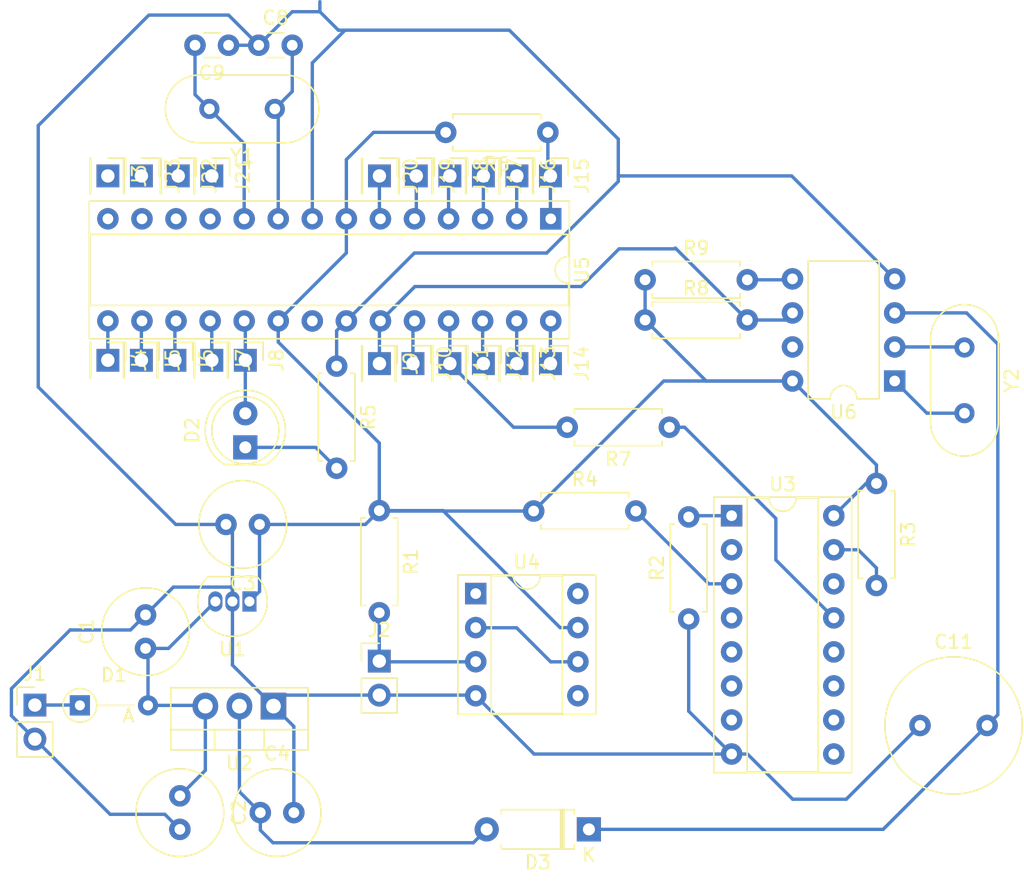
<source format=kicad_pcb>
(kicad_pcb (version 20211014) (generator pcbnew)
  (layers (0 "F.Cu" signal) (31 "B.Cu" signal) (34 "B.Paste" user) (35 "F.Paste" user) (36 "B.SilkS" user "B.Silkscreen") (37 "F.SilkS" user "F.Silkscreen") (38 "B.Mask" user) (39 "F.Mask" user) (44 "Edge.Cuts" user))
  (net 0 "")
  (net 1 "GND")
  (net 2 "Net-(D2-Pad1)")
  (net 3 "RESET")
  (net 4 "+5V")
  (net 5 "Net-(C1-Pad1)")
  (net 6 "+3V3")
  (net 7 "Net-(U6-Pad1)")
  (net 8 "Net-(U6-Pad2)")
  (net 9 "Net-(C11-Pad2)")
  (net 10 "A0_SDA")
  (net 11 "A0_SCL")
  (net 13 "Net-(J2-Pad1)")
  (net 14 "D0")
  (net 15 "D1")
  (net 16 "D2")
  (net 17 "D3")
  (net 18 "D4")
  (net 19 "X1")
  (net 20 "X2")
  (net 21 "D5")
  (net 22 "D6")
  (net 23 "D7")
  (net 24 "D8")
  (net 25 "D9")
  (net 26 "D10")
  (net 27 "D11")
  (net 28 "D12")
  (net 29 "D13_LED")
  (net 30 "A1_SDA")
  (net 31 "A2_WIND")
  (net 32 "A3")
  (net 33 "A4")
  (net 34 "A5")
  (net 35 "Net-(C5-Pad2)")
  (net 37 "Net-(C7-Pad1)")
  (net 39 "Net-(R7-Pad1)")
  (net 40 "Net-(C6-Pad2)")
  (net 41 "Net-(C6-Pad1)")
  (net 42 "+12V")
  (net 44 "Net-(C5-Pad1)")
  (footprint "Resistor_THT:R_Axial_DIN0207_L6.3mm_D2.5mm_P7.62mm_Horizontal" (layer "F.Cu") (at 118.56 48.75 180)
    (fp_text reference "R7" (at 3.81 -2.37) (layer "F.SilkS"))
    (fp_text value "R")
    (pad "1" thru_hole circle (at 0 0 180) (size 1.6 1.6) (drill 0.8) (layers *.Cu *.Mask) (net 39 "Net-(R7-Pad1)"))
    (pad "2" thru_hole oval (at 7.62 0 180) (size 1.6 1.6) (drill 0.8) (layers *.Cu *.Mask) (net 31 "A2_WIND"))
  )
  (footprint "Connector_PinHeader_2.54mm:PinHeader_1x01_P2.54mm_Vertical" (layer "F.Cu") (at 102.19 30 -90)
    (fp_text reference "J18" (at 0 -2.33 90) (layer "F.SilkS"))
    (fp_text value "D2")
    (pad "1" thru_hole rect (at 0 0 270) (size 1.7 1.7) (drill 1) (layers *.Cu *.Mask) (net 16 "D2"))
  )
  (footprint "Resistor_THT:R_Axial_DIN0207_L6.3mm_D2.5mm_P7.62mm_Horizontal" (layer "F.Cu") (at 120 63.06 90)
    (fp_text reference "R2" (at 3.81 -2.37 90) (layer "F.SilkS"))
    (fp_text value "R")
    (pad "1" thru_hole circle (at 0 0 90) (size 1.6 1.6) (drill 0.8) (layers *.Cu *.Mask) (net 1 "GND"))
    (pad "2" thru_hole oval (at 7.62 0 90) (size 1.6 1.6) (drill 0.8) (layers *.Cu *.Mask) (net 35 "Net-(C5-Pad2)"))
  )
  (footprint "Resistor_THT:R_Axial_DIN0207_L6.3mm_D2.5mm_P7.62mm_Horizontal" (layer "F.Cu") (at 134 52.94 -90)
    (fp_text reference "R3" (at 3.81 -2.37 90) (layer "F.SilkS"))
    (fp_text value "R")
    (pad "1" thru_hole circle (at 0 0 270) (size 1.6 1.6) (drill 0.8) (layers *.Cu *.Mask) (net 4 "+5V"))
    (pad "2" thru_hole oval (at 7.62 0 270) (size 1.6 1.6) (drill 0.8) (layers *.Cu *.Mask) (net 41 "Net-(C6-Pad1)"))
  )
  (footprint "Crystal:Crystal_HC49-4H_Vertical" (layer "F.Cu") (at 89.14 25 180)
    (fp_text reference "Y1" (at 2.44 -3.525) (layer "F.SilkS"))
    (fp_text value "Crystal")
    (pad "1" thru_hole circle (at 0 0 180) (size 1.5 1.5) (drill 0.8) (layers *.Cu *.Mask) (net 19 "X1"))
    (pad "2" thru_hole circle (at 4.88 0 180) (size 1.5 1.5) (drill 0.8) (layers *.Cu *.Mask) (net 20 "X2"))
  )
  (footprint "Resistor_THT:R_Axial_DIN0207_L6.3mm_D2.5mm_P7.62mm_Horizontal" (layer "F.Cu") (at 96.93 54.97 -90)
    (fp_text reference "R1" (at 3.81 -2.37 90) (layer "F.SilkS"))
    (fp_text value "100k")
    (pad "1" thru_hole circle (at 0 0 270) (size 1.6 1.6) (drill 0.8) (layers *.Cu *.Mask) (net 4 "+5V"))
    (pad "2" thru_hole oval (at 7.62 0 270) (size 1.6 1.6) (drill 0.8) (layers *.Cu *.Mask) (net 13 "Net-(J2-Pad1)"))
  )
  (footprint "Capacitor_THT:C_Radial_D6.3mm_H11.0mm_P2.50mm" (layer "F.Cu") (at 79.5 65.25 90)
    (fp_text reference "C1" (at 1.25 -4.4 90) (layer "F.SilkS"))
    (fp_text value "100uF")
    (pad "1" thru_hole circle (at 0 0 90) (size 1.6 1.6) (drill 0.8) (layers *.Cu *.Mask) (net 5 "Net-(C1-Pad1)"))
    (pad "2" thru_hole circle (at 2.5 0 90) (size 1.6 1.6) (drill 0.8) (layers *.Cu *.Mask) (net 1 "GND"))
  )
  (footprint "Connector_PinHeader_2.54mm:PinHeader_1x01_P2.54mm_Vertical" (layer "F.Cu") (at 81.69 43.75 -90)
    (fp_text reference "J6" (at 0 -2.33 90) (layer "F.SilkS"))
    (fp_text value "D11")
    (pad "1" thru_hole rect (at 0 0 270) (size 1.7 1.7) (drill 1) (layers *.Cu *.Mask) (net 27 "D11"))
  )
  (footprint "Connector_PinHeader_2.54mm:PinHeader_1x01_P2.54mm_Vertical" (layer "F.Cu") (at 86.94 43.75 -90)
    (fp_text reference "J8" (at 0 -2.33 90) (layer "F.SilkS"))
    (fp_text value "D13")
    (pad "1" thru_hole rect (at 0 0 270) (size 1.7 1.7) (drill 1) (layers *.Cu *.Mask) (net 29 "D13_LED"))
  )
  (footprint "Connector_PinHeader_2.54mm:PinHeader_1x01_P2.54mm_Vertical" (layer "F.Cu") (at 99.44 44 -90)
    (fp_text reference "J10" (at 0 -2.33 90) (layer "F.SilkS"))
    (fp_text value "A1")
    (pad "1" thru_hole rect (at 0 0 270) (size 1.7 1.7) (drill 1) (layers *.Cu *.Mask) (net 30 "A1_SDA"))
  )
  (footprint "Connector_PinHeader_2.54mm:PinHeader_1x01_P2.54mm_Vertical" (layer "F.Cu") (at 102.19 44 -90)
    (fp_text reference "J11" (at 0 -2.33 90) (layer "F.SilkS"))
    (fp_text value "A2")
    (pad "1" thru_hole rect (at 0 0 270) (size 1.7 1.7) (drill 1) (layers *.Cu *.Mask) (net 31 "A2_WIND"))
  )
  (footprint "Connector_PinHeader_2.54mm:PinHeader_1x01_P2.54mm_Vertical" (layer "F.Cu") (at 76.69 30 -90)
    (fp_text reference "J3" (at 0 -2.33 90) (layer "F.SilkS"))
    (fp_text value "D8")
    (pad "1" thru_hole rect (at 0 0 270) (size 1.7 1.7) (drill 1) (layers *.Cu *.Mask) (net 24 "D8"))
  )
  (footprint "Connector_PinHeader_2.54mm:PinHeader_1x01_P2.54mm_Vertical" (layer "F.Cu") (at 104.69 30 -90)
    (fp_text reference "J17" (at 0 -2.33 90) (layer "F.SilkS"))
    (fp_text value "D1")
    (pad "1" thru_hole rect (at 0 0 270) (size 1.7 1.7) (drill 1) (layers *.Cu *.Mask) (net 15 "D1"))
  )
  (footprint "Connector_PinHeader_2.54mm:PinHeader_1x01_P2.54mm_Vertical" (layer "F.Cu") (at 99.69 30 -90)
    (fp_text reference "J19" (at 0 -2.33 90) (layer "F.SilkS"))
    (fp_text value "D3")
    (pad "1" thru_hole rect (at 0 0 270) (size 1.7 1.7) (drill 1) (layers *.Cu *.Mask) (net 17 "D3"))
  )
  (footprint "Capacitor_THT:C_Radial_D6.3mm_H11.0mm_P2.50mm" (layer "F.Cu") (at 88 56 180)
    (fp_text reference "C3" (at 1.25 -4.4) (layer "F.SilkS"))
    (fp_text value "470uF")
    (pad "1" thru_hole circle (at 0 0 180) (size 1.6 1.6) (drill 0.8) (layers *.Cu *.Mask) (net 4 "+5V"))
    (pad "2" thru_hole circle (at 2.5 0 180) (size 1.6 1.6) (drill 0.8) (layers *.Cu *.Mask) (net 1 "GND"))
  )
  (footprint "Resistor_THT:R_Axial_DIN0207_L6.3mm_D2.5mm_P7.62mm_Horizontal" (layer "F.Cu") (at 108.44 55)
    (fp_text reference "R4" (at 3.81 -2.37) (layer "F.SilkS"))
    (fp_text value "10k")
    (pad "1" thru_hole circle (at 0 0) (size 1.6 1.6) (drill 0.8) (layers *.Cu *.Mask) (net 4 "+5V"))
    (pad "2" thru_hole oval (at 7.62 0) (size 1.6 1.6) (drill 0.8) (layers *.Cu *.Mask) (net 37 "Net-(C7-Pad1)"))
  )
  (footprint "Connector_PinHeader_2.54mm:PinHeader_1x01_P2.54mm_Vertical" (layer "F.Cu") (at 84.44 43.75 -90)
    (fp_text reference "J7" (at 0 -2.33 90) (layer "F.SilkS"))
    (fp_text value "D12")
    (pad "1" thru_hole rect (at 0 0 270) (size 1.7 1.7) (drill 1) (layers *.Cu *.Mask) (net 28 "D12"))
  )
  (footprint "Package_TO_SOT_THT:TO-220-3_Vertical" (layer "F.Cu") (at 89.04 69.555 180)
    (fp_text reference "U2" (at 2.54 -4.27) (layer "F.SilkS"))
    (fp_text value "LT1083-3.3")
    (pad "1" thru_hole rect (at 0 0 180) (size 1.905 2) (drill 1.1) (layers *.Cu *.Mask) (net 1 "GND"))
    (pad "2" thru_hole oval (at 2.54 0 180) (size 1.905 2) (drill 1.1) (layers *.Cu *.Mask) (net 6 "+3V3"))
    (pad "3" thru_hole oval (at 5.08 0 180) (size 1.905 2) (drill 1.1) (layers *.Cu *.Mask) (net 5 "Net-(C1-Pad1)"))
  )
  (footprint "Connector_PinHeader_2.54mm:PinHeader_1x01_P2.54mm_Vertical" (layer "F.Cu") (at 96.94 30 -90)
    (fp_text reference "J20" (at 0 -2.33 90) (layer "F.SilkS"))
    (fp_text value "D4")
    (pad "1" thru_hole rect (at 0 0 270) (size 1.7 1.7) (drill 1) (layers *.Cu *.Mask) (net 18 "D4"))
  )
  (footprint "Connector_PinHeader_2.54mm:PinHeader_1x02_P2.54mm_Vertical" (layer "F.Cu") (at 96.93 66.195)
    (fp_text reference "J2" (at 0 -2.33) (layer "F.SilkS"))
    (fp_text value "WindConnector")
    (pad "1" thru_hole rect (at 0 0) (size 1.7 1.7) (drill 1) (layers *.Cu *.Mask) (net 13 "Net-(J2-Pad1)"))
    (pad "2" thru_hole oval (at 0 2.54) (size 1.7 1.7) (drill 1) (layers *.Cu *.Mask) (net 1 "GND"))
  )
  (footprint "Diode_THT:D_DO-34_SOD68_P5.08mm_Vertical_AnodeUp" (layer "F.Cu") (at 74.60533 69.5)
    (fp_text reference "D1" (at 2.54 -2.25566) (layer "F.SilkS"))
    (fp_text value "DNF")
    (fp_text user "A" (at 3.63 0.75) (layer "F.SilkS"))
    (pad "1" thru_hole rect (at 0 0) (size 1.5 1.5) (drill 0.75) (layers *.Cu *.Mask) (net 42 "+12V"))
    (pad "2" thru_hole oval (at 5.08 0) (size 1.5 1.5) (drill 0.75) (layers *.Cu *.Mask) (net 5 "Net-(C1-Pad1)"))
  )
  (footprint "Resistor_THT:R_Axial_DIN0207_L6.3mm_D2.5mm_P7.62mm_Horizontal" (layer "F.Cu") (at 93.75 44.19 -90)
    (fp_text reference "R5" (at 3.81 -2.37 90) (layer "F.SilkS"))
    (fp_text value "270")
    (pad "1" thru_hole circle (at 0 0 270) (size 1.6 1.6) (drill 0.8) (layers *.Cu *.Mask) (net 1 "GND"))
    (pad "2" thru_hole oval (at 7.62 0 270) (size 1.6 1.6) (drill 0.8) (layers *.Cu *.Mask) (net 2 "Net-(D2-Pad1)"))
  )
  (footprint "Connector_PinHeader_2.54mm:PinHeader_1x01_P2.54mm_Vertical" (layer "F.Cu") (at 79.19 30 -90)
    (fp_text reference "J23" (at 0 -2.33 90) (layer "F.SilkS"))
    (fp_text value "D7")
    (pad "1" thru_hole rect (at 0 0 270) (size 1.7 1.7) (drill 1) (layers *.Cu *.Mask) (net 23 "D7"))
  )
  (footprint "Connector_PinHeader_2.54mm:PinHeader_1x01_P2.54mm_Vertical" (layer "F.Cu") (at 107.19 30 -90)
    (fp_text reference "J16" (at 0 -2.33 90) (layer "F.SilkS"))
    (fp_text value "D0")
    (pad "1" thru_hole rect (at 0 0 270) (size 1.7 1.7) (drill 1) (layers *.Cu *.Mask) (net 14 "D0"))
  )
  (footprint "Connector_PinHeader_2.54mm:PinHeader_1x01_P2.54mm_Vertical" (layer "F.Cu") (at 84.44 30 -90)
    (fp_text reference "J21" (at 0 -2.33 90) (layer "F.SilkS"))
    (fp_text value "D5")
    (pad "1" thru_hole rect (at 0 0 270) (size 1.7 1.7) (drill 1) (layers *.Cu *.Mask) (net 21 "D5"))
  )
  (footprint "Crystal:Crystal_HC18-U_Vertical" (layer "F.Cu") (at 140.56 42.8 -90)
    (fp_text reference "Y2" (at 2.45 -3.525 90) (layer "F.SilkS"))
    (fp_text value "Crystal")
    (pad "1" thru_hole circle (at 0 0 270) (size 1.5 1.5) (drill 0.8) (layers *.Cu *.Mask) (net 8 "Net-(U6-Pad2)"))
    (pad "2" thru_hole circle (at 4.9 0 270) (size 1.5 1.5) (drill 0.8) (layers *.Cu *.Mask) (net 7 "Net-(U6-Pad1)"))
  )
  (footprint "Connector_PinHeader_2.54mm:PinHeader_1x01_P2.54mm_Vertical" (layer "F.Cu") (at 76.69 43.75 -90)
    (fp_text reference "J4" (at 0 -2.33 90) (layer "F.SilkS"))
    (fp_text value "D9")
    (pad "1" thru_hole rect (at 0 0 270) (size 1.7 1.7) (drill 1) (layers *.Cu *.Mask) (net 25 "D9"))
  )
  (footprint "Capacitor_THT:C_Radial_D6.3mm_H11.0mm_P2.50mm" (layer "F.Cu") (at 88.06 77.5)
    (fp_text reference "C4" (at 1.25 -4.4) (layer "F.SilkS"))
    (fp_text value "100uF")
    (pad "1" thru_hole circle (at 0 0) (size 1.6 1.6) (drill 0.8) (layers *.Cu *.Mask) (net 6 "+3V3"))
    (pad "2" thru_hole circle (at 2.5 0) (size 1.6 1.6) (drill 0.8) (layers *.Cu *.Mask) (net 1 "GND"))
  )
  (footprint "Capacitor_THT:C_Disc_D3.0mm_W1.6mm_P2.50mm" (layer "F.Cu") (at 87.94 20.25)
    (fp_text reference "C8" (at 1.25 -2.05) (layer "F.SilkS"))
    (fp_text value "22pF")
    (pad "1" thru_hole circle (at 0 0) (size 1.6 1.6) (drill 0.8) (layers *.Cu *.Mask) (net 1 "GND"))
    (pad "2" thru_hole circle (at 2.5 0) (size 1.6 1.6) (drill 0.8) (layers *.Cu *.Mask) (net 19 "X1"))
  )
  (footprint "Connector_PinHeader_2.54mm:PinHeader_1x01_P2.54mm_Vertical" (layer "F.Cu") (at 109.69 30 -90)
    (fp_text reference "J15" (at 0 -2.33 90) (layer "F.SilkS"))
    (fp_text value "RESET")
    (pad "1" thru_hole rect (at 0 0 270) (size 1.7 1.7) (drill 1) (layers *.Cu *.Mask) (net 3 "RESET"))
  )
  (footprint "Package_TO_SOT_THT:TO-92_Inline" (layer "F.Cu") (at 87.25 61.75 180)
    (fp_text reference "U1" (at 1.27 -3.56) (layer "F.SilkS"))
    (fp_text value "L78L05_TO92")
    (pad "1" thru_hole rect (at 0 0 180) (size 1.05 1.5) (drill 0.75) (layers *.Cu *.Mask) (net 4 "+5V"))
    (pad "2" thru_hole oval (at 1.27 0 180) (size 1.05 1.5) (drill 0.75) (layers *.Cu *.Mask) (net 1 "GND"))
    (pad "3" thru_hole oval (at 2.54 0 180) (size 1.05 1.5) (drill 0.75) (layers *.Cu *.Mask) (net 5 "Net-(C1-Pad1)"))
  )
  (footprint "Resistor_THT:R_Axial_DIN0207_L6.3mm_D2.5mm_P7.62mm_Horizontal" (layer "F.Cu") (at 116.75 37.75)
    (fp_text reference "R9" (at 3.81 -2.37) (layer "F.SilkS"))
    (fp_text value "4.7k")
    (pad "1" thru_hole circle (at 0 0) (size 1.6 1.6) (drill 0.8) (layers *.Cu *.Mask) (net 4 "+5V"))
    (pad "2" thru_hole oval (at 7.62 0) (size 1.6 1.6) (drill 0.8) (layers *.Cu *.Mask) (net 10 "A0_SDA"))
  )
  (footprint "Package_DIP:DIP-8_W7.62mm" (layer "F.Cu") (at 135.36 45.3 180)
    (fp_text reference "U6" (at 3.81 -2.33) (layer "F.SilkS"))
    (fp_text value "DS1307+")
    (pad "1" thru_hole rect (at 0 0 180) (size 1.6 1.6) (drill 0.8) (layers *.Cu *.Mask) (net 7 "Net-(U6-Pad1)"))
    (pad "2" thru_hole oval (at 0 2.54 180) (size 1.6 1.6) (drill 0.8) (layers *.Cu *.Mask) (net 8 "Net-(U6-Pad2)"))
    (pad "3" thru_hole oval (at 0 5.08 180) (size 1.6 1.6) (drill 0.8) (layers *.Cu *.Mask) (net 9 "Net-(C11-Pad2)"))
    (pad "4" thru_hole oval (at 0 7.62 180) (size 1.6 1.6) (drill 0.8) (layers *.Cu *.Mask) (net 1 "GND"))
    (pad "5" thru_hole oval (at 7.62 7.62 180) (size 1.6 1.6) (drill 0.8) (layers *.Cu *.Mask) (net 10 "A0_SDA"))
    (pad "6" thru_hole oval (at 7.62 5.08 180) (size 1.6 1.6) (drill 0.8) (layers *.Cu *.Mask) (net 11 "A0_SCL"))
    (pad "7" thru_hole oval (at 7.62 2.54 180) (size 1.6 1.6) (drill 0.8) (layers *.Cu *.Mask))
    (pad "8" thru_hole oval (at 7.62 0 180) (size 1.6 1.6) (drill 0.8) (layers *.Cu *.Mask) (net 4 "+5V"))
  )
  (footprint "Connector_PinHeader_2.54mm:PinHeader_1x02_P2.54mm_Vertical" (layer "F.Cu") (at 71.25 69.475)
    (fp_text reference "J1" (at 0 -2.33) (layer "F.SilkS"))
    (fp_text value "Supply")
    (pad "1" thru_hole rect (at 0 0) (size 1.7 1.7) (drill 1) (layers *.Cu *.Mask) (net 42 "+12V"))
    (pad "2" thru_hole oval (at 0 2.54) (size 1.7 1.7) (drill 1) (layers *.Cu *.Mask) (net 1 "GND"))
  )
  (footprint "Connector_PinHeader_2.54mm:PinHeader_1x01_P2.54mm_Vertical" (layer "F.Cu") (at 104.69 44 -90)
    (fp_text reference "J12" (at 0 -2.33 90) (layer "F.SilkS"))
    (fp_text value "A3")
    (pad "1" thru_hole rect (at 0 0 270) (size 1.7 1.7) (drill 1) (layers *.Cu *.Mask) (net 32 "A3"))
  )
  (footprint "LED_THT:LED_D5.0mm" (layer "F.Cu") (at 86.94 50.25 90)
    (fp_text reference "D2" (at 1.27 -3.96 90) (layer "F.SilkS"))
    (fp_text value "LED")
    (pad "1" thru_hole rect (at 0 0 90) (size 1.8 1.8) (drill 0.9) (layers *.Cu *.Mask) (net 2 "Net-(D2-Pad1)"))
    (pad "2" thru_hole circle (at 2.54 0 90) (size 1.8 1.8) (drill 0.9) (layers *.Cu *.Mask) (net 29 "D13_LED"))
  )
  (footprint "Connector_PinHeader_2.54mm:PinHeader_1x01_P2.54mm_Vertical" (layer "F.Cu") (at 109.69 44 -90)
    (fp_text reference "J14" (at 0 -2.33 90) (layer "F.SilkS"))
    (fp_text value "A5")
    (pad "1" thru_hole rect (at 0 0 270) (size 1.7 1.7) (drill 1) (layers *.Cu *.Mask) (net 34 "A5"))
  )
  (footprint "Package_DIP:DIP-28_W7.62mm_Socket" (layer "F.Cu") (at 109.715 33.2 -90)
    (fp_text reference "U5" (at 3.81 -2.33 90) (layer "F.SilkS"))
    (fp_text value "ATmega328-PU")
    (pad "1" thru_hole rect (at 0 0 270) (size 1.6 1.6) (drill 0.8) (layers *.Cu *.Mask) (net 3 "RESET"))
    (pad "2" thru_hole oval (at 0 2.54 270) (size 1.6 1.6) (drill 0.8) (layers *.Cu *.Mask) (net 14 "D0"))
    (pad "3" thru_hole oval (at 0 5.08 270) (size 1.6 1.6) (drill 0.8) (layers *.Cu *.Mask) (net 15 "D1"))
    (pad "4" thru_hole oval (at 0 7.62 270) (size 1.6 1.6) (drill 0.8) (layers *.Cu *.Mask) (net 16 "D2"))
    (pad "5" thru_hole oval (at 0 10.16 270) (size 1.6 1.6) (drill 0.8) (layers *.Cu *.Mask) (net 17 "D3"))
    (pad "6" thru_hole oval (at 0 12.7 270) (size 1.6 1.6) (drill 0.8) (layers *.Cu *.Mask) (net 18 "D4"))
    (pad "7" thru_hole oval (at 0 15.24 270) (size 1.6 1.6) (drill 0.8) (layers *.Cu *.Mask) (net 4 "+5V"))
    (pad "8" thru_hole oval (at 0 17.78 270) (size 1.6 1.6) (drill 0.8) (layers *.Cu *.Mask) (net 1 "GND"))
    (pad "9" thru_hole oval (at 0 20.32 270) (size 1.6 1.6) (drill 0.8) (layers *.Cu *.Mask) (net 19 "X1"))
    (pad "10" thru_hole oval (at 0 22.86 270) (size 1.6 1.6) (drill 0.8) (layers *.Cu *.Mask) (net 20 "X2"))
    (pad "11" thru_hole oval (at 0 25.4 270) (size 1.6 1.6) (drill 0.8) (layers *.Cu *.Mask) (net 21 "D5"))
    (pad "12" thru_hole oval (at 0 27.94 270) (size 1.6 1.6) (drill 0.8) (layers *.Cu *.Mask) (net 22 "D6"))
    (pad "13" thru_hole oval (at 0 30.48 270) (size 1.6 1.6) (drill 0.8) (layers *.Cu *.Mask) (net 23 "D7"))
    (pad "14" thru_hole oval (at 0 33.02 270) (size 1.6 1.6) (drill 0.8) (layers *.Cu *.Mask) (net 24 "D8"))
    (pad "15" thru_hole oval (at 7.62 33.02 270) (size 1.6 1.6) (drill 0.8) (layers *.Cu *.Mask) (net 25 "D9"))
    (pad "16" thru_hole oval (at 7.62 30.48 270) (size 1.6 1.6) (drill 0.8) (layers *.Cu *.Mask) (net 26 "D10"))
    (pad "17" thru_hole oval (at 7.62 27.94 270) (size 1.6 1.6) (drill 0.8) (layers *.Cu *.Mask) (net 27 "D11"))
    (pad "18" thru_hole oval (at 7.62 25.4 270) (size 1.6 1.6) (drill 0.8) (layers *.Cu *.Mask) (net 28 "D12"))
    (pad "19" thru_hole oval (at 7.62 22.86 270) (size 1.6 1.6) (drill 0.8) (layers *.Cu *.Mask) (net 29 "D13_LED"))
    (pad "20" thru_hole oval (at 7.62 20.32 270) (size 1.6 1.6) (drill 0.8) (layers *.Cu *.Mask) (net 4 "+5V"))
    (pad "21" thru_hole oval (at 7.62 17.78 270) (size 1.6 1.6) (drill 0.8) (layers *.Cu *.Mask))
    (pad "22" thru_hole oval (at 7.62 15.24 270) (size 1.6 1.6) (drill 0.8) (layers *.Cu *.Mask) (net 1 "GND"))
    (pad "23" thru_hole oval (at 7.62 12.7 270) (size 1.6 1.6) (drill 0.8) (layers *.Cu *.Mask) (net 11 "A0_SCL"))
    (pad "24" thru_hole oval (at 7.62 10.16 270) (size 1.6 1.6) (drill 0.8) (layers *.Cu *.Mask) (net 30 "A1_SDA"))
    (pad "25" thru_hole oval (at 7.62 7.62 270) (size 1.6 1.6) (drill 0.8) (layers *.Cu *.Mask) (net 31 "A2_WIND"))
    (pad "26" thru_hole oval (at 7.62 5.08 270) (size 1.6 1.6) (drill 0.8) (layers *.Cu *.Mask) (net 32 "A3"))
    (pad "27" thru_hole oval (at 7.62 2.54 270) (size 1.6 1.6) (drill 0.8) (layers *.Cu *.Mask) (net 33 "A4"))
    (pad "28" thru_hole oval (at 7.62 0 270) (size 1.6 1.6) (drill 0.8) (layers *.Cu *.Mask) (net 34 "A5"))
  )
  (footprint "Connector_PinHeader_2.54mm:PinHeader_1x01_P2.54mm_Vertical" (layer "F.Cu") (at 96.94 44 -90)
    (fp_text reference "J9" (at 0 -2.33 90) (layer "F.SilkS"))
    (fp_text value "A0")
    (pad "1" thru_hole rect (at 0 0 270) (size 1.7 1.7) (drill 1) (layers *.Cu *.Mask) (net 11 "A0_SCL"))
  )
  (footprint "Package_DIP:DIP-8_W7.62mm_Socket" (layer "F.Cu") (at 104.12 61.16)
    (fp_text reference "U4" (at 3.81 -2.33) (layer "F.SilkS"))
    (fp_text value "TL081")
    (pad "1" thru_hole rect (at 0 0) (size 1.6 1.6) (drill 0.8) (layers *.Cu *.Mask))
    (pad "2" thru_hole oval (at 0 2.54) (size 1.6 1.6) (drill 0.8) (layers *.Cu *.Mask) (net 44 "Net-(C5-Pad1)"))
    (pad "3" thru_hole oval (at 0 5.08) (size 1.6 1.6) (drill 0.8) (layers *.Cu *.Mask) (net 13 "Net-(J2-Pad1)"))
    (pad "4" thru_hole oval (at 0 7.62) (size 1.6 1.6) (drill 0.8) (layers *.Cu *.Mask) (net 1 "GND"))
    (pad "5" thru_hole oval (at 7.62 7.62) (size 1.6 1.6) (drill 0.8) (layers *.Cu *.Mask))
    (pad "6" thru_hole oval (at 7.62 5.08) (size 1.6 1.6) (drill 0.8) (layers *.Cu *.Mask) (net 44 "Net-(C5-Pad1)"))
    (pad "7" thru_hole oval (at 7.62 2.54) (size 1.6 1.6) (drill 0.8) (layers *.Cu *.Mask) (net 4 "+5V"))
    (pad "8" thru_hole oval (at 7.62 0) (size 1.6 1.6) (drill 0.8) (layers *.Cu *.Mask))
  )
  (footprint "Resistor_THT:R_Axial_DIN0207_L6.3mm_D2.5mm_P7.62mm_Horizontal" (layer "F.Cu") (at 116.75 40.75)
    (fp_text reference "R8" (at 3.81 -2.37) (layer "F.SilkS"))
    (fp_text value "4.7k")
    (pad "1" thru_hole circle (at 0 0) (size 1.6 1.6) (drill 0.8) (layers *.Cu *.Mask) (net 4 "+5V"))
    (pad "2" thru_hole oval (at 7.62 0) (size 1.6 1.6) (drill 0.8) (layers *.Cu *.Mask) (net 11 "A0_SCL"))
  )
  (footprint "Connector_PinHeader_2.54mm:PinHeader_1x01_P2.54mm_Vertical" (layer "F.Cu") (at 107.19 44 -90)
    (fp_text reference "J13" (at 0 -2.33 90) (layer "F.SilkS"))
    (fp_text value "A4")
    (pad "1" thru_hole rect (at 0 0 270) (size 1.7 1.7) (drill 1) (layers *.Cu *.Mask) (net 33 "A4"))
  )
  (footprint "Capacitor_THT:C_Radial_D6.3mm_H11.0mm_P2.50mm" (layer "F.Cu") (at 82.06 76.25 -90)
    (fp_text reference "C2" (at 1.25 -4.4 90) (layer "F.SilkS"))
    (fp_text value "100uF")
    (pad "1" thru_hole circle (at 0 0 270) (size 1.6 1.6) (drill 0.8) (layers *.Cu *.Mask) (net 5 "Net-(C1-Pad1)"))
    (pad "2" thru_hole circle (at 2.5 0 270) (size 1.6 1.6) (drill 0.8) (layers *.Cu *.Mask) (net 1 "GND"))
  )
  (footprint "Package_DIP:DIP-16_W7.62mm_Socket" (layer "F.Cu") (at 123.2 55.35)
    (fp_text reference "U3" (at 3.81 -2.33) (layer "F.SilkS"))
    (fp_text value "74HCT123")
    (pad "1" thru_hole rect (at 0 0) (size 1.6 1.6) (drill 0.8) (layers *.Cu *.Mask) (net 35 "Net-(C5-Pad2)"))
    (pad "2" thru_hole oval (at 0 2.54) (size 1.6 1.6) (drill 0.8) (layers *.Cu *.Mask))
    (pad "3" thru_hole oval (at 0 5.08) (size 1.6 1.6) (drill 0.8) (layers *.Cu *.Mask) (net 37 "Net-(C7-Pad1)"))
    (pad "4" thru_hole oval (at 0 7.62) (size 1.6 1.6) (drill 0.8) (layers *.Cu *.Mask))
    (pad "5" thru_hole oval (at 0 10.16) (size 1.6 1.6) (drill 0.8) (layers *.Cu *.Mask))
    (pad "6" thru_hole oval (at 0 12.7) (size 1.6 1.6) (drill 0.8) (layers *.Cu *.Mask))
    (pad "7" thru_hole oval (at 0 15.24) (size 1.6 1.6) (drill 0.8) (layers *.Cu *.Mask))
    (pad "8" thru_hole oval (at 0 17.78) (size 1.6 1.6) (drill 0.8) (layers *.Cu *.Mask) (net 1 "GND"))
    (pad "9" thru_hole oval (at 7.62 17.78) (size 1.6 1.6) (drill 0.8) (layers *.Cu *.Mask))
    (pad "10" thru_hole oval (at 7.62 15.24) (size 1.6 1.6) (drill 0.8) (layers *.Cu *.Mask))
    (pad "11" thru_hole oval (at 7.62 12.7) (size 1.6 1.6) (drill 0.8) (layers *.Cu *.Mask))
    (pad "12" thru_hole oval (at 7.62 10.16) (size 1.6 1.6) (drill 0.8) (layers *.Cu *.Mask))
    (pad "13" thru_hole oval (at 7.62 7.62) (size 1.6 1.6) (drill 0.8) (layers *.Cu *.Mask) (net 39 "Net-(R7-Pad1)"))
    (pad "14" thru_hole oval (at 7.62 5.08) (size 1.6 1.6) (drill 0.8) (layers *.Cu *.Mask) (net 40 "Net-(C6-Pad2)"))
    (pad "15" thru_hole oval (at 7.62 2.54) (size 1.6 1.6) (drill 0.8) (layers *.Cu *.Mask) (net 41 "Net-(C6-Pad1)"))
    (pad "16" thru_hole oval (at 7.62 0) (size 1.6 1.6) (drill 0.8) (layers *.Cu *.Mask) (net 4 "+5V"))
  )
  (footprint "Connector_PinHeader_2.54mm:PinHeader_1x01_P2.54mm_Vertical" (layer "F.Cu") (at 81.94 30 -90)
    (fp_text reference "J22" (at 0 -2.33 90) (layer "F.SilkS"))
    (fp_text value "D6")
    (pad "1" thru_hole rect (at 0 0 270) (size 1.7 1.7) (drill 1) (layers *.Cu *.Mask) (net 22 "D6"))
  )
  (footprint "Resistor_THT:R_Axial_DIN0207_L6.3mm_D2.5mm_P7.62mm_Horizontal" (layer "F.Cu") (at 109.5 26.75 180)
    (fp_text reference "R6" (at 3.81 -2.37) (layer "F.SilkS"))
    (fp_text value "10k")
    (pad "1" thru_hole circle (at 0 0 180) (size 1.6 1.6) (drill 0.8) (layers *.Cu *.Mask) (net 3 "RESET"))
    (pad "2" thru_hole oval (at 7.62 0 180) (size 1.6 1.6) (drill 0.8) (layers *.Cu *.Mask) (net 4 "+5V"))
  )
  (footprint "Diode_THT:D_A-405_P7.62mm_Horizontal" (layer "F.Cu") (at 112.56 78.75 180)
    (fp_text reference "D3" (at 3.81 -2.47) (layer "F.SilkS"))
    (fp_text value "D")
    (fp_text user "K" (at 0 -1.9) (layer "F.SilkS"))
    (pad "1" thru_hole rect (at 0 0 180) (size 1.8 1.8) (drill 0.9) (layers *.Cu *.Mask) (net 9 "Net-(C11-Pad2)"))
    (pad "2" thru_hole oval (at 7.62 0 180) (size 1.8 1.8) (drill 0.9) (layers *.Cu *.Mask) (net 6 "+3V3"))
  )
  (footprint "Connector_PinHeader_2.54mm:PinHeader_1x01_P2.54mm_Vertical" (layer "F.Cu") (at 79.19 43.75 -90)
    (fp_text reference "J5" (at 0 -2.33 90) (layer "F.SilkS"))
    (fp_text value "D10")
    (pad "1" thru_hole rect (at 0 0 270) (size 1.7 1.7) (drill 1) (layers *.Cu *.Mask) (net 26 "D10"))
  )
  (footprint "Capacitor_THT:C_Radial_D10.0mm_H16.0mm_P5.00mm" (layer "F.Cu") (at 137.25 71)
    (fp_text reference "C11" (at 2.5 -6.25) (layer "F.SilkS"))
    (fp_text value "1mF")
    (pad "1" thru_hole circle (at 0 0) (size 1.6 1.6) (drill 0.8) (layers *.Cu *.Mask) (net 1 "GND"))
    (pad "2" thru_hole circle (at 5 0) (size 1.6 1.6) (drill 0.8) (layers *.Cu *.Mask) (net 9 "Net-(C11-Pad2)"))
  )
  (footprint "Capacitor_THT:C_Disc_D3.0mm_W1.6mm_P2.50mm" (layer "F.Cu") (at 85.69 20.25 180)
    (fp_text reference "C9" (at 1.25 -2.05) (layer "F.SilkS"))
    (fp_text value "22pF")
    (pad "1" thru_hole circle (at 0 0 180) (size 1.6 1.6) (drill 0.8) (layers *.Cu *.Mask) (net 1 "GND"))
    (pad "2" thru_hole circle (at 2.5 0 180) (size 1.6 1.6) (drill 0.8) (layers *.Cu *.Mask) (net 20 "X2"))
  )
  (segment (start 123.2 73.13) (end 120 69.93) (width 0.25) (layer "B.Cu") (net 1))
  (segment (start 127.68 30) (end 114.75 30) (width 0.25) (layer "B.Cu") (net 1))
  (segment (start 91.935 21.565978) (end 94.375489 19.125489) (width 0.25) (layer "B.Cu") (net 1))
  (segment (start 85.69 20.25) (end 87.94 20.25) (width 0.25) (layer "B.Cu") (net 1))
  (segment (start 85.825969 60.67548) (end 85.98 60.829511) (width 0.25) (layer "B.Cu") (net 1))
  (segment (start 104.075 68.735) (end 104.12 68.78) (width 0.25) (layer "B.Cu") (net 1))
  (segment (start 79.5 62.75) (end 78.375489 63.874511) (width 0.25) (layer "B.Cu") (net 1))
  (segment (start 108.47 73.13) (end 123.2 73.13) (width 0.25) (layer "B.Cu") (net 1))
  (segment (start 135.36 37.68) (end 127.68 30) (width 0.25) (layer "B.Cu") (net 1))
  (segment (start 93.875489 19.125489) (end 92.5 17.75) (width 0.25) (layer "B.Cu") (net 1))
  (segment (start 99.545 35.75) (end 109.414022 35.75) (width 0.25) (layer "B.Cu") (net 1))
  (segment (start 94.375489 19.125489) (end 93.875489 19.125489) (width 0.25) (layer "B.Cu") (net 1))
  (segment (start 80.935489 77.625489) (end 76.860489 77.625489) (width 0.25) (layer "B.Cu") (net 1))
  (segment (start 69.5 70.265) (end 71.25 72.015) (width 0.25) (layer "B.Cu") (net 1))
  (segment (start 79.75 18) (end 85.69 18) (width 0.25) (layer "B.Cu") (net 1))
  (segment (start 91.935 33.2) (end 91.935 21.565978) (width 0.25) (layer "B.Cu") (net 1))
  (segment (start 109.414022 35.75) (end 114.75 30.414022) (width 0.25) (layer "B.Cu") (net 1))
  (segment (start 106.625489 19.125489) (end 94.375489 19.125489) (width 0.25) (layer "B.Cu") (net 1))
  (segment (start 85.5 56) (end 81.75 56) (width 0.25) (layer "B.Cu") (net 1))
  (segment (start 85.98 56.48) (end 85.5 56) (width 0.25) (layer "B.Cu") (net 1))
  (segment (start 96.93 68.735) (end 89.86 68.735) (width 0.25) (layer "B.Cu") (net 1))
  (segment (start 76.860489 77.625489) (end 71.25 72.015) (width 0.25) (layer "B.Cu") (net 1))
  (segment (start 71.5 26.25) (end 79.75 18) (width 0.25) (layer "B.Cu") (net 1))
  (segment (start 127.75 76.5) (end 124.38 73.13) (width 0.25) (layer "B.Cu") (net 1))
  (segment (start 87.94 20.25) (end 90.44 17.75) (width 0.25) (layer "B.Cu") (net 1))
  (segment (start 94.475 40.82) (end 99.545 35.75) (width 0.25) (layer "B.Cu") (net 1))
  (segment (start 78.375489 63.874511) (end 73.875489 63.874511) (width 0.25) (layer "B.Cu") (net 1))
  (segment (start 79.5 62.75) (end 81.57452 60.67548) (width 0.25) (layer "B.Cu") (net 1))
  (segment (start 81.75 56) (end 71.5 45.75) (width 0.25) (layer "B.Cu") (net 1))
  (segment (start 114.75 30) (end 114.75 27.25) (width 0.25) (layer "B.Cu") (net 1))
  (segment (start 131.75 76.5) (end 127.75 76.5) (width 0.25) (layer "B.Cu") (net 1))
  (segment (start 92.5 17.75) (end 92.5 17) (width 0.25) (layer "B.Cu") (net 1))
  (segment (start 96.93 68.735) (end 104.075 68.735) (width 0.25) (layer "B.Cu") (net 1))
  (segment (start 120 69.93) (end 120 63.06) (width 0.25) (layer "B.Cu") (net 1))
  (segment (start 114.75 30.414022) (end 114.75 30) (width 0.25) (layer "B.Cu") (net 1))
  (segment (start 81.57452 60.67548) (end 85.825969 60.67548) (width 0.25) (layer "B.Cu") (net 1))
  (segment (start 104.12 68.78) (end 108.47 73.13) (width 0.25) (layer "B.Cu") (net 1))
  (segment (start 93.75 44.19) (end 93.75 41.545) (width 0.25) (layer "B.Cu") (net 1))
  (segment (start 124.38 73.13) (end 123.2 73.13) (width 0.25) (layer "B.Cu") (net 1))
  (segment (start 69.5 68.25) (end 69.5 70.265) (width 0.25) (layer "B.Cu") (net 1))
  (segment (start 85.98 61.75) (end 85.98 56.48) (width 0.25) (layer "B.Cu") (net 1))
  (segment (start 82.06 78.75) (end 80.935489 77.625489) (width 0.25) (layer "B.Cu") (net 1))
  (segment (start 93.75 41.545) (end 94.475 40.82) (width 0.25) (layer "B.Cu") (net 1))
  (segment (start 90.56 77.5) (end 90.56 71.075) (width 0.25) (layer "B.Cu") (net 1))
  (segment (start 90.44 17.75) (end 92.5 17.75) (width 0.25) (layer "B.Cu") (net 1))
  (segment (start 137.25 71) (end 131.75 76.5) (width 0.25) (layer "B.Cu") (net 1))
  (segment (start 73.875489 63.874511) (end 69.5 68.25) (width 0.25) (layer "B.Cu") (net 1))
  (segment (start 85.98 60.829511) (end 85.98 61.75) (width 0.25) (layer "B.Cu") (net 1))
  (segment (start 85.98 66.495) (end 85.98 61.75) (width 0.25) (layer "B.Cu") (net 1))
  (segment (start 89.04 69.555) (end 85.98 66.495) (width 0.25) (layer "B.Cu") (net 1))
  (segment (start 90.56 71.075) (end 89.04 69.555) (width 0.25) (layer "B.Cu") (net 1))
  (segment (start 89.86 68.735) (end 89.04 69.555) (width 0.25) (layer "B.Cu") (net 1))
  (segment (start 71.5 45.75) (end 71.5 26.25) (width 0.25) (layer "B.Cu") (net 1))
  (segment (start 114.75 27.25) (end 106.625489 19.125489) (width 0.25) (layer "B.Cu") (net 1))
  (segment (start 85.69 18) (end 87.94 20.25) (width 0.25) (layer "B.Cu") (net 1))
  (segment (start 86.94 50.25) (end 92.19 50.25) (width 0.25) (layer "B.Cu") (net 2))
  (segment (start 92.19 50.25) (end 93.75 51.81) (width 0.25) (layer "B.Cu") (net 2))
  (segment (start 109.5 26.75) (end 109.5 29.81) (width 0.25) (layer "B.Cu") (net 3))
  (segment (start 109.5 29.81) (end 109.69 30) (width 0.25) (layer "B.Cu") (net 3))
  (segment (start 109.69 33.175) (end 109.715 33.2) (width 0.25) (layer "B.Cu") (net 3))
  (segment (start 109.69 30) (end 109.69 33.175) (width 0.25) (layer "B.Cu") (net 3))
  (segment (start 96.96 55) (end 96.93 54.97) (width 0.25) (layer "B.Cu") (net 4))
  (segment (start 110.41 63.7) (end 111.74 63.7) (width 0.25) (layer "B.Cu") (net 4))
  (segment (start 89.395 40.82) (end 89.395 42.395) (width 0.25) (layer "B.Cu") (net 4))
  (segment (start 134 52.94) (end 134 51.56) (width 0.25) (layer "B.Cu") (net 4))
  (segment (start 121.3 45.3) (end 116.75 40.75) (width 0.25) (layer "B.Cu") (net 4))
  (segment (start 108.44 55) (end 96.96 55) (width 0.25) (layer "B.Cu") (net 4))
  (segment (start 118.14 45.3) (end 127.74 45.3) (width 0.25) (layer "B.Cu") (net 4))
  (segment (start 94.475 28.778722) (end 94.475 33.2) (width 0.25) (layer "B.Cu") (net 4))
  (segment (start 88 56) (end 88 61) (width 0.25) (layer "B.Cu") (net 4))
  (segment (start 108.44 55) (end 118.14 45.3) (width 0.25) (layer "B.Cu") (net 4))
  (segment (start 96.503722 26.75) (end 94.475 28.778722) (width 0.25) (layer "B.Cu") (net 4))
  (segment (start 96.93 54.97) (end 101.68 54.97) (width 0.25) (layer "B.Cu") (net 4))
  (segment (start 133.23 52.94) (end 134 52.94) (width 0.25) (layer "B.Cu") (net 4))
  (segment (start 134 51.56) (end 127.74 45.3) (width 0.25) (layer "B.Cu") (net 4))
  (segment (start 127.74 45.3) (end 121.3 45.3) (width 0.25) (layer "B.Cu") (net 4))
  (segment (start 88 56) (end 95.9 56) (width 0.25) (layer "B.Cu") (net 4))
  (segment (start 94.475 33.2) (end 94.475 35.74) (width 0.25) (layer "B.Cu") (net 4))
  (segment (start 101.68 54.97) (end 110.41 63.7) (width 0.25) (layer "B.Cu") (net 4))
  (segment (start 88 61) (end 87.25 61.75) (width 0.25) (layer "B.Cu") (net 4))
  (segment (start 116.75 37.75) (end 116.75 40.75) (width 0.25) (layer "B.Cu") (net 4))
  (segment (start 101.88 26.75) (end 96.503722 26.75) (width 0.25) (layer "B.Cu") (net 4))
  (segment (start 94.475 35.74) (end 89.395 40.82) (width 0.25) (layer "B.Cu") (net 4))
  (segment (start 130.82 55.35) (end 133.23 52.94) (width 0.25) (layer "B.Cu") (net 4))
  (segment (start 95.9 56) (end 96.93 54.97) (width 0.25) (layer "B.Cu") (net 4))
  (segment (start 96.93 49.93) (end 96.93 54.97) (width 0.25) (layer "B.Cu") (net 4))
  (segment (start 89.395 42.395) (end 96.93 49.93) (width 0.25) (layer "B.Cu") (net 4))
  (segment (start 83.96 74.35) (end 82.06 76.25) (width 0.25) (layer "B.Cu") (net 5))
  (segment (start 79.5 65.25) (end 81.21 65.25) (width 0.25) (layer "B.Cu") (net 5))
  (segment (start 83.96 69.555) (end 83.96 74.35) (width 0.25) (layer "B.Cu") (net 5))
  (segment (start 79.68533 69.5) (end 83.905 69.5) (width 0.25) (layer "B.Cu") (net 5))
  (segment (start 79.68533 69.5) (end 79.68533 65.43533) (width 0.25) (layer "B.Cu") (net 5))
  (segment (start 79.68533 65.43533) (end 79.5 65.25) (width 0.25) (layer "B.Cu") (net 5))
  (segment (start 83.905 69.5) (end 83.96 69.555) (width 0.25) (layer "B.Cu") (net 5))
  (segment (start 81.21 65.25) (end 84.71 61.75) (width 0.25) (layer "B.Cu") (net 5))
  (segment (start 86.5 75.94) (end 88.06 77.5) (width 0.25) (layer "B.Cu") (net 6))
  (segment (start 88.06 77.5) (end 88.06 78.81) (width 0.25) (layer "B.Cu") (net 6))
  (segment (start 103.94 79.75) (end 104.94 78.75) (width 0.25) (layer "B.Cu") (net 6))
  (segment (start 88.06 78.81) (end 89 79.75) (width 0.25) (layer "B.Cu") (net 6))
  (segment (start 86.5 69.555) (end 86.5 75.94) (width 0.25) (layer "B.Cu") (net 6))
  (segment (start 89 79.75) (end 103.94 79.75) (width 0.25) (layer "B.Cu") (net 6))
  (segment (start 140.56 47.7) (end 137.76 47.7) (width 0.25) (layer "B.Cu") (net 7))
  (segment (start 137.76 47.7) (end 135.36 45.3) (width 0.25) (layer "B.Cu") (net 7))
  (segment (start 135.36 42.76) (end 140.52 42.76) (width 0.25) (layer "B.Cu") (net 8))
  (segment (start 140.52 42.76) (end 140.56 42.8) (width 0.25) (layer "B.Cu") (net 8))
  (segment (start 112.56 78.75) (end 134.5 78.75) (width 0.25) (layer "B.Cu") (net 9))
  (segment (start 134.5 78.75) (end 142.25 71) (width 0.25) (layer "B.Cu") (net 9))
  (segment (start 143.049999 70.200001) (end 143.049999 42.549999) (width 0.25) (layer "B.Cu") (net 9))
  (segment (start 140.72 40.22) (end 135.36 40.22) (width 0.25) (layer "B.Cu") (net 9))
  (segment (start 142.25 71) (end 143.049999 70.200001) (width 0.25) (layer "B.Cu") (net 9))
  (segment (start 143.049999 42.549999) (end 140.72 40.22) (width 0.25) (layer "B.Cu") (net 9))
  (segment (start 124.37 37.75) (end 127.67 37.75) (width 0.25) (layer "B.Cu") (net 10))
  (segment (start 127.67 37.75) (end 127.74 37.68) (width 0.25) (layer "B.Cu") (net 10))
  (segment (start 114.81 35.44) (end 112 38.25) (width 0.25) (layer "B.Cu") (net 11))
  (segment (start 119.06 35.44) (end 119 35.38) (width 0.25) (layer "B.Cu") (net 11))
  (segment (start 96.94 40.895) (end 97.015 40.82) (width 0.25) (layer "B.Cu") (net 11))
  (segment (start 119.06 35.44) (end 114.81 35.44) (width 0.25) (layer "B.Cu") (net 11))
  (segment (start 124.37 40.75) (end 119.06 35.44) (width 0.25) (layer "B.Cu") (net 11))
  (segment (start 112 38.25) (end 99.585 38.25) (width 0.25) (layer "B.Cu") (net 11))
  (segment (start 99.585 38.25) (end 97.015 40.82) (width 0.25) (layer "B.Cu") (net 11))
  (segment (start 124.37 40.75) (end 127.21 40.75) (width 0.25) (layer "B.Cu") (net 11))
  (segment (start 96.94 44) (end 96.94 40.895) (width 0.25) (layer "B.Cu") (net 11))
  (segment (start 127.21 40.75) (end 127.74 40.22) (width 0.25) (layer "B.Cu") (net 11))
  (segment (start 96.93 62.59) (end 96.93 66.195) (width 0.25) (layer "B.Cu") (net 13))
  (segment (start 96.985 66.25) (end 96.93 66.195) (width 0.25) (layer "B.Cu") (net 13))
  (segment (start 104.38 66.25) (end 96.985 66.25) (width 0.25) (layer "B.Cu") (net 13))
  (segment (start 107.175 33.2) (end 107.175 30.015) (width 0.25) (layer "B.Cu") (net 14))
  (segment (start 107.175 30.015) (end 107.19 30) (width 0.25) (layer "B.Cu") (net 14))
  (segment (start 104.69 33.145) (end 104.635 33.2) (width 0.25) (layer "B.Cu") (net 15))
  (segment (start 104.69 30) (end 104.69 33.145) (width 0.25) (layer "B.Cu") (net 15))
  (segment (start 102.095 30.095) (end 102.19 30) (width 0.25) (layer "B.Cu") (net 16))
  (segment (start 102.095 33.2) (end 102.095 30.095) (width 0.25) (layer "B.Cu") (net 16))
  (segment (start 99.69 33.065) (end 99.555 33.2) (width 0.25) (layer "B.Cu") (net 17))
  (segment (start 99.69 30) (end 99.69 33.065) (width 0.25) (layer "B.Cu") (net 17))
  (segment (start 96.94 33.125) (end 97.015 33.2) (width 0.25) (layer "B.Cu") (net 18))
  (segment (start 96.94 30) (end 96.94 33.125) (width 0.25) (layer "B.Cu") (net 18))
  (segment (start 90.44 20.25) (end 90.44 23.7) (width 0.25) (layer "B.Cu") (net 19))
  (segment (start 89.395 25.255) (end 89.14 25) (width 0.25) (layer "B.Cu") (net 19))
  (segment (start 89.395 33.2) (end 89.395 25.255) (width 0.25) (layer "B.Cu") (net 19))
  (segment (start 90.44 23.7) (end 89.14 25) (width 0.25) (layer "B.Cu") (net 19))
  (segment (start 83.19 23.93) (end 84.26 25) (width 0.25) (layer "B.Cu") (net 20))
  (segment (start 86.855 27.595) (end 84.26 25) (width 0.25) (layer "B.Cu") (net 20))
  (segment (start 83.19 20.25) (end 83.19 23.93) (width 0.25) (layer "B.Cu") (net 20))
  (segment (start 86.855 33.2) (end 86.855 27.595) (width 0.25) (layer "B.Cu") (net 20))
  (segment (start 76.69 43.75) (end 76.69 40.825) (width 0.25) (layer "B.Cu") (net 25))
  (segment (start 76.69 40.825) (end 76.695 40.82) (width 0.25) (layer "B.Cu") (net 25))
  (segment (start 79.19 43.75) (end 79.19 40.865) (width 0.25) (layer "B.Cu") (net 26))
  (segment (start 79.19 40.865) (end 79.235 40.82) (width 0.25) (layer "B.Cu") (net 26))
  (segment (start 81.69 40.905) (end 81.775 40.82) (width 0.25) (layer "B.Cu") (net 27))
  (segment (start 81.69 43.75) (end 81.69 40.905) (width 0.25) (layer "B.Cu") (net 27))
  (segment (start 84.44 43.75) (end 84.44 40.945) (width 0.25) (layer "B.Cu") (net 28))
  (segment (start 84.44 40.945) (end 84.315 40.82) (width 0.25) (layer "B.Cu") (net 28))
  (segment (start 86.94 40.905) (end 86.855 40.82) (width 0.25) (layer "B.Cu") (net 29))
  (segment (start 86.94 47.71) (end 86.94 43.75) (width 0.25) (layer "B.Cu") (net 29))
  (segment (start 86.94 43.75) (end 86.94 40.905) (width 0.25) (layer "B.Cu") (net 29))
  (segment (start 99.44 44) (end 99.44 40.935) (width 0.25) (layer "B.Cu") (net 30))
  (segment (start 99.44 40.935) (end 99.555 40.82) (width 0.25) (layer "B.Cu") (net 30))
  (segment (start 102.19 44) (end 102.19 40.915) (width 0.25) (layer "B.Cu") (net 31))
  (segment (start 110.94 48.75) (end 106.94 48.75) (width 0.25) (layer "B.Cu") (net 31))
  (segment (start 106.94 48.75) (end 102.19 44) (width 0.25) (layer "B.Cu") (net 31))
  (segment (start 102.19 40.915) (end 102.095 40.82) (width 0.25) (layer "B.Cu") (net 31))
  (segment (start 104.635 40.82) (end 104.635 43.945) (width 0.25) (layer "B.Cu") (net 32))
  (segment (start 104.635 43.945) (end 104.69 44) (width 0.25) (layer "B.Cu") (net 32))
  (segment (start 107.175 40.82) (end 107.175 43.985) (width 0.25) (layer "B.Cu") (net 33))
  (segment (start 107.175 43.985) (end 107.19 44) (width 0.25) (layer "B.Cu") (net 33))
  (segment (start 109.69 44) (end 109.69 40.845) (width 0.25) (layer "B.Cu") (net 34))
  (segment (start 109.69 40.845) (end 109.715 40.82) (width 0.25) (layer "B.Cu") (net 34))
  (segment (start 120.09 55.35) (end 120 55.44) (width 0.25) (layer "B.Cu") (net 35))
  (segment (start 123.2 55.35) (end 120.09 55.35) (width 0.25) (layer "B.Cu") (net 35))
  (segment (start 121.49 60.43) (end 123.2 60.43) (width 0.25) (layer "B.Cu") (net 37))
  (segment (start 116.06 55) (end 121.49 60.43) (width 0.25) (layer "B.Cu") (net 37))
  (segment (start 126.5 58.65) (end 126.5 55.55863) (width 0.25) (layer "B.Cu") (net 39))
  (segment (start 130.85 63) (end 130.82 62.97) (width 0.25) (layer "B.Cu") (net 39))
  (segment (start 126.5 55.55863) (end 119.69137 48.75) (width 0.25) (layer "B.Cu") (net 39))
  (segment (start 130.82 62.97) (end 126.5 58.65) (width 0.25) (layer "B.Cu") (net 39))
  (segment (start 119.69137 48.75) (end 118.56 48.75) (width 0.25) (layer "B.Cu") (net 39))
  (segment (start 132.64 57.89) (end 134 59.25) (width 0.25) (layer "B.Cu") (net 41))
  (segment (start 134 59.25) (end 134 60.56) (width 0.25) (layer "B.Cu") (net 41))
  (segment (start 130.82 57.89) (end 132.64 57.89) (width 0.25) (layer "B.Cu") (net 41))
  (segment (start 74.58033 69.475) (end 74.60533 69.5) (width 0.25) (layer "B.Cu") (net 42))
  (segment (start 71.25 69.475) (end 74.58033 69.475) (width 0.25) (layer "B.Cu") (net 42))
  (segment (start 104.38 63.71) (end 107.17 63.71) (width 0.25) (layer "B.Cu") (net 44))
  (segment (start 109.71 66.25) (end 112 66.25) (width 0.25) (layer "B.Cu") (net 44))
  (segment (start 107.17 63.71) (end 109.71 66.25) (width 0.25) (layer "B.Cu") (net 44))
)
</source>
